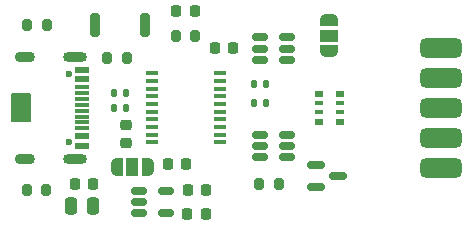
<source format=gts>
%TF.GenerationSoftware,KiCad,Pcbnew,(6.0.1)*%
%TF.CreationDate,2022-02-25T23:47:13+08:00*%
%TF.ProjectId,PCB_DAP_Link_CH55xT,5043425f-4441-4505-9f4c-696e6b5f4348,1.0*%
%TF.SameCoordinates,Original*%
%TF.FileFunction,Soldermask,Top*%
%TF.FilePolarity,Negative*%
%FSLAX46Y46*%
G04 Gerber Fmt 4.6, Leading zero omitted, Abs format (unit mm)*
G04 Created by KiCad (PCBNEW (6.0.1)) date 2022-02-25 23:47:13*
%MOMM*%
%LPD*%
G01*
G04 APERTURE LIST*
G04 Aperture macros list*
%AMRoundRect*
0 Rectangle with rounded corners*
0 $1 Rounding radius*
0 $2 $3 $4 $5 $6 $7 $8 $9 X,Y pos of 4 corners*
0 Add a 4 corners polygon primitive as box body*
4,1,4,$2,$3,$4,$5,$6,$7,$8,$9,$2,$3,0*
0 Add four circle primitives for the rounded corners*
1,1,$1+$1,$2,$3*
1,1,$1+$1,$4,$5*
1,1,$1+$1,$6,$7*
1,1,$1+$1,$8,$9*
0 Add four rect primitives between the rounded corners*
20,1,$1+$1,$2,$3,$4,$5,0*
20,1,$1+$1,$4,$5,$6,$7,0*
20,1,$1+$1,$6,$7,$8,$9,0*
20,1,$1+$1,$8,$9,$2,$3,0*%
%AMFreePoly0*
4,1,22,0.550000,-0.750000,0.000000,-0.750000,0.000000,-0.745033,-0.079941,-0.743568,-0.215256,-0.701293,-0.333266,-0.622738,-0.424486,-0.514219,-0.481581,-0.384460,-0.499164,-0.250000,-0.500000,-0.250000,-0.500000,0.250000,-0.499164,0.250000,-0.499963,0.256109,-0.478152,0.396186,-0.417904,0.524511,-0.324060,0.630769,-0.204165,0.706417,-0.067858,0.745374,0.000000,0.744959,0.000000,0.750000,
0.550000,0.750000,0.550000,-0.750000,0.550000,-0.750000,$1*%
%AMFreePoly1*
4,1,20,0.000000,0.744959,0.073905,0.744508,0.209726,0.703889,0.328688,0.626782,0.421226,0.519385,0.479903,0.390333,0.500000,0.250000,0.500000,-0.250000,0.499851,-0.262216,0.476331,-0.402017,0.414519,-0.529596,0.319384,-0.634700,0.198574,-0.708877,0.061801,-0.746166,0.000000,-0.745033,0.000000,-0.750000,-0.550000,-0.750000,-0.550000,0.750000,0.000000,0.750000,0.000000,0.744959,
0.000000,0.744959,$1*%
G04 Aperture macros list end*
%ADD10C,0.150000*%
%ADD11RoundRect,0.135000X0.135000X0.185000X-0.135000X0.185000X-0.135000X-0.185000X0.135000X-0.185000X0*%
%ADD12RoundRect,0.225000X0.250000X-0.225000X0.250000X0.225000X-0.250000X0.225000X-0.250000X-0.225000X0*%
%ADD13RoundRect,0.250000X0.250000X0.475000X-0.250000X0.475000X-0.250000X-0.475000X0.250000X-0.475000X0*%
%ADD14C,0.600000*%
%ADD15R,1.160000X0.600000*%
%ADD16R,1.160000X0.300000*%
%ADD17O,1.700000X0.900000*%
%ADD18O,2.000000X0.900000*%
%ADD19RoundRect,0.225000X0.225000X0.250000X-0.225000X0.250000X-0.225000X-0.250000X0.225000X-0.250000X0*%
%ADD20RoundRect,0.150000X-0.512500X-0.150000X0.512500X-0.150000X0.512500X0.150000X-0.512500X0.150000X0*%
%ADD21R,1.000000X0.400000*%
%ADD22RoundRect,0.135000X-0.135000X-0.185000X0.135000X-0.185000X0.135000X0.185000X-0.135000X0.185000X0*%
%ADD23RoundRect,0.225000X-0.225000X-0.250000X0.225000X-0.250000X0.225000X0.250000X-0.225000X0.250000X0*%
%ADD24RoundRect,0.200000X0.200000X0.275000X-0.200000X0.275000X-0.200000X-0.275000X0.200000X-0.275000X0*%
%ADD25RoundRect,0.200000X0.200000X0.800000X-0.200000X0.800000X-0.200000X-0.800000X0.200000X-0.800000X0*%
%ADD26RoundRect,0.150000X-0.587500X-0.150000X0.587500X-0.150000X0.587500X0.150000X-0.587500X0.150000X0*%
%ADD27FreePoly0,90.000000*%
%ADD28R,1.500000X1.000000*%
%ADD29FreePoly1,90.000000*%
%ADD30RoundRect,0.410000X-1.340000X0.410000X-1.340000X-0.410000X1.340000X-0.410000X1.340000X0.410000X0*%
%ADD31RoundRect,0.218750X-0.218750X-0.256250X0.218750X-0.256250X0.218750X0.256250X-0.218750X0.256250X0*%
%ADD32R,0.800000X0.500000*%
%ADD33R,0.800000X0.400000*%
%ADD34FreePoly0,0.000000*%
%ADD35R,1.000000X1.500000*%
%ADD36FreePoly1,0.000000*%
%ADD37RoundRect,0.218750X0.218750X0.256250X-0.218750X0.256250X-0.218750X-0.256250X0.218750X-0.256250X0*%
G04 APERTURE END LIST*
D10*
X88788000Y-64573000D02*
X90312000Y-64573000D01*
X90312000Y-64573000D02*
X90312000Y-62287000D01*
X90312000Y-62287000D02*
X88788000Y-62287000D01*
X88788000Y-62287000D02*
X88788000Y-64573000D01*
G36*
X88788000Y-64573000D02*
G01*
X90312000Y-64573000D01*
X90312000Y-62287000D01*
X88788000Y-62287000D01*
X88788000Y-64573000D01*
G37*
D11*
%TO.C,R6*%
X110251000Y-61436600D03*
X109231000Y-61436600D03*
%TD*%
D12*
%TO.C,C5*%
X98440000Y-66455000D03*
X98440000Y-64905000D03*
%TD*%
D13*
%TO.C,C1*%
X95646000Y-71755000D03*
X93746000Y-71755000D03*
%TD*%
D14*
%TO.C,J1*%
X93600000Y-60540000D03*
X93600000Y-66320000D03*
D15*
X94660000Y-60230000D03*
X94660000Y-61030000D03*
D16*
X94660000Y-62180000D03*
X94660000Y-63180000D03*
X94660000Y-63680000D03*
X94660000Y-64680000D03*
D15*
X94660000Y-65830000D03*
X94660000Y-66630000D03*
X94660000Y-66630000D03*
X94660000Y-65830000D03*
D16*
X94660000Y-65180000D03*
X94660000Y-64180000D03*
X94660000Y-62680000D03*
X94660000Y-61680000D03*
D15*
X94660000Y-61030000D03*
X94660000Y-60230000D03*
D17*
X89910000Y-67750000D03*
D18*
X94080000Y-67750000D03*
X94080000Y-59110000D03*
D17*
X89910000Y-59110000D03*
%TD*%
D19*
%TO.C,C4*%
X103533000Y-68180000D03*
X101983000Y-68180000D03*
%TD*%
D20*
%TO.C,U1*%
X99512500Y-70480000D03*
X99512500Y-71430000D03*
X99512500Y-72380000D03*
X101787500Y-72380000D03*
X101787500Y-70480000D03*
%TD*%
D21*
%TO.C,U2*%
X106420000Y-66355000D03*
X106420000Y-65705000D03*
X106420000Y-65055000D03*
X106420000Y-64405000D03*
X106420000Y-63755000D03*
X106420000Y-63105000D03*
X106420000Y-62455000D03*
X106420000Y-61805000D03*
X106420000Y-61155000D03*
X106420000Y-60505000D03*
X100620000Y-60505000D03*
X100620000Y-61155000D03*
X100620000Y-61805000D03*
X100620000Y-62455000D03*
X100620000Y-63105000D03*
X100620000Y-63755000D03*
X100620000Y-64405000D03*
X100620000Y-65055000D03*
X100620000Y-65705000D03*
X100620000Y-66355000D03*
%TD*%
D22*
%TO.C,R2*%
X97422000Y-62180000D03*
X98442000Y-62180000D03*
%TD*%
D23*
%TO.C,C6*%
X105965000Y-58350000D03*
X107515000Y-58350000D03*
%TD*%
D24*
%TO.C,R3*%
X91690000Y-70415000D03*
X90040000Y-70415000D03*
%TD*%
D25*
%TO.C,SW1*%
X100000000Y-56430000D03*
X95800000Y-56430000D03*
%TD*%
D26*
%TO.C,Q1*%
X114520500Y-68265000D03*
X114520500Y-70165000D03*
X116395500Y-69215000D03*
%TD*%
D27*
%TO.C,JP2*%
X115629995Y-58634000D03*
D28*
X115629995Y-57334000D03*
D29*
X115629995Y-56034000D03*
%TD*%
D20*
%TO.C,U3*%
X109748500Y-57480000D03*
X109748500Y-58430000D03*
X109748500Y-59380000D03*
X112023500Y-59380000D03*
X112023500Y-58430000D03*
X112023500Y-57480000D03*
%TD*%
D23*
%TO.C,C3*%
X103650000Y-70430000D03*
X105200000Y-70430000D03*
%TD*%
D24*
%TO.C,R4*%
X91705000Y-56445000D03*
X90055000Y-56445000D03*
%TD*%
%TO.C,R9*%
X111375000Y-69850000D03*
X109725000Y-69850000D03*
%TD*%
%TO.C,R7*%
X104300000Y-57334000D03*
X102650000Y-57334000D03*
%TD*%
D30*
%TO.C,J2*%
X125110000Y-58350000D03*
X125110000Y-60890000D03*
X125110000Y-63430000D03*
X125110000Y-65970000D03*
X125110000Y-68510000D03*
%TD*%
D23*
%TO.C,C2*%
X103625000Y-72430000D03*
X105175000Y-72430000D03*
%TD*%
D20*
%TO.C,U4*%
X109748500Y-65730000D03*
X109748500Y-66680000D03*
X109748500Y-67630000D03*
X112023500Y-67630000D03*
X112023500Y-66680000D03*
X112023500Y-65730000D03*
%TD*%
D31*
%TO.C,D1*%
X102687500Y-55240000D03*
X104262500Y-55240000D03*
%TD*%
D11*
%TO.C,R5*%
X110253000Y-63023600D03*
X109233000Y-63023600D03*
%TD*%
D32*
%TO.C,RN1*%
X114730000Y-62230000D03*
D33*
X114730000Y-63030000D03*
X114730000Y-63830000D03*
D32*
X114730000Y-64630000D03*
X116530000Y-64630000D03*
D33*
X116530000Y-63830000D03*
X116530000Y-63030000D03*
D32*
X116530000Y-62230000D03*
%TD*%
D34*
%TO.C,JP1*%
X97648000Y-68430000D03*
D35*
X98948000Y-68430000D03*
D36*
X100248000Y-68430000D03*
%TD*%
D22*
%TO.C,R1*%
X97420000Y-63430000D03*
X98440000Y-63430000D03*
%TD*%
D24*
%TO.C,R8*%
X98503000Y-59180000D03*
X96853000Y-59180000D03*
%TD*%
D37*
%TO.C,F1*%
X95646000Y-69850000D03*
X94071000Y-69850000D03*
%TD*%
M02*

</source>
